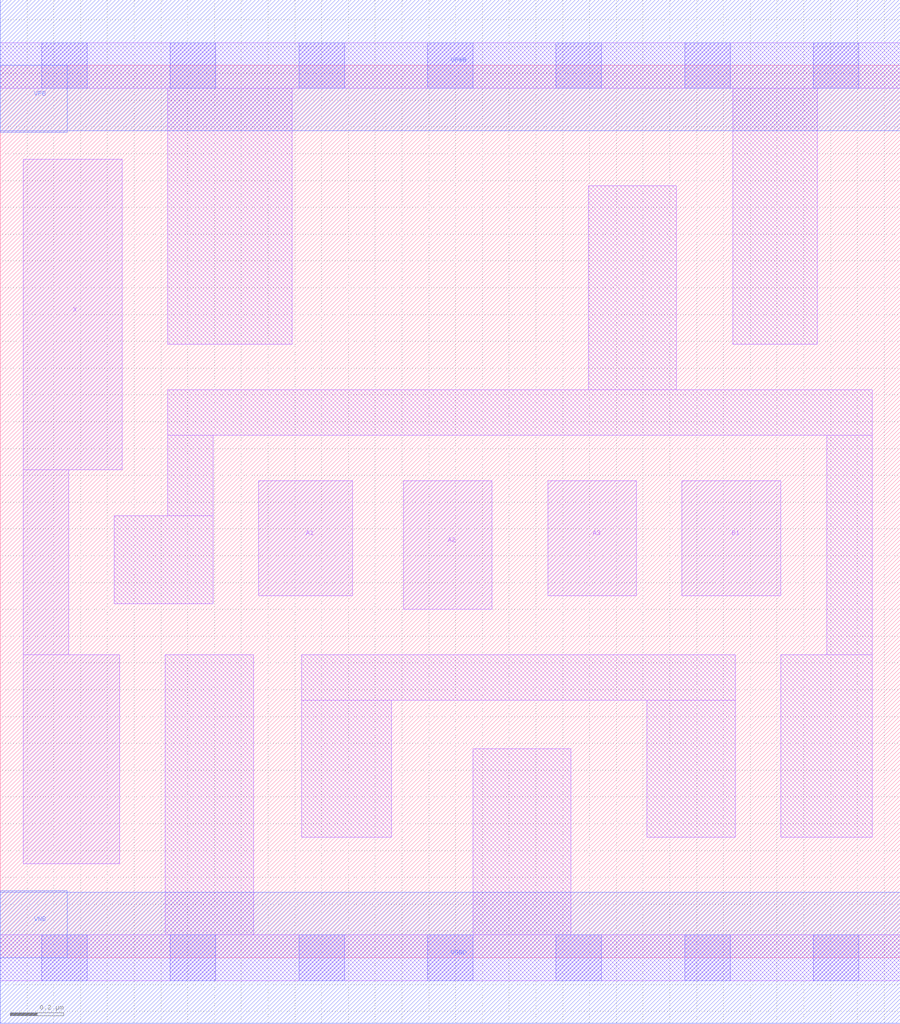
<source format=lef>
# Copyright 2020 The SkyWater PDK Authors
#
# Licensed under the Apache License, Version 2.0 (the "License");
# you may not use this file except in compliance with the License.
# You may obtain a copy of the License at
#
#     https://www.apache.org/licenses/LICENSE-2.0
#
# Unless required by applicable law or agreed to in writing, software
# distributed under the License is distributed on an "AS IS" BASIS,
# WITHOUT WARRANTIES OR CONDITIONS OF ANY KIND, either express or implied.
# See the License for the specific language governing permissions and
# limitations under the License.
#
# SPDX-License-Identifier: Apache-2.0

VERSION 5.5 ;
NAMESCASESENSITIVE ON ;
BUSBITCHARS "[]" ;
DIVIDERCHAR "/" ;
MACRO sky130_fd_sc_hs__o31a_1
  CLASS CORE ;
  SOURCE USER ;
  ORIGIN  0.000000  0.000000 ;
  SIZE  3.360000 BY  3.330000 ;
  SYMMETRY X Y ;
  SITE unit ;
  PIN A1
    ANTENNAGATEAREA  0.246000 ;
    DIRECTION INPUT ;
    USE SIGNAL ;
    PORT
      LAYER li1 ;
        RECT 0.965000 1.350000 1.315000 1.780000 ;
    END
  END A1
  PIN A2
    ANTENNAGATEAREA  0.246000 ;
    DIRECTION INPUT ;
    USE SIGNAL ;
    PORT
      LAYER li1 ;
        RECT 1.505000 1.300000 1.835000 1.780000 ;
    END
  END A2
  PIN A3
    ANTENNAGATEAREA  0.246000 ;
    DIRECTION INPUT ;
    USE SIGNAL ;
    PORT
      LAYER li1 ;
        RECT 2.045000 1.350000 2.375000 1.780000 ;
    END
  END A3
  PIN B1
    ANTENNAGATEAREA  0.222000 ;
    DIRECTION INPUT ;
    USE SIGNAL ;
    PORT
      LAYER li1 ;
        RECT 2.545000 1.350000 2.915000 1.780000 ;
    END
  END B1
  PIN X
    ANTENNADIFFAREA  0.541300 ;
    DIRECTION OUTPUT ;
    USE SIGNAL ;
    PORT
      LAYER li1 ;
        RECT 0.085000 0.350000 0.445000 1.130000 ;
        RECT 0.085000 1.130000 0.255000 1.820000 ;
        RECT 0.085000 1.820000 0.455000 2.980000 ;
    END
  END X
  PIN VGND
    DIRECTION INOUT ;
    USE GROUND ;
    PORT
      LAYER met1 ;
        RECT 0.000000 -0.245000 3.360000 0.245000 ;
    END
  END VGND
  PIN VNB
    DIRECTION INOUT ;
    USE GROUND ;
    PORT
      LAYER met1 ;
        RECT 0.000000 0.000000 0.250000 0.250000 ;
    END
  END VNB
  PIN VPB
    DIRECTION INOUT ;
    USE POWER ;
    PORT
      LAYER met1 ;
        RECT 0.000000 3.080000 0.250000 3.330000 ;
    END
  END VPB
  PIN VPWR
    DIRECTION INOUT ;
    USE POWER ;
    PORT
      LAYER met1 ;
        RECT 0.000000 3.085000 3.360000 3.575000 ;
    END
  END VPWR
  OBS
    LAYER li1 ;
      RECT 0.000000 -0.085000 3.360000 0.085000 ;
      RECT 0.000000  3.245000 3.360000 3.415000 ;
      RECT 0.425000  1.320000 0.795000 1.650000 ;
      RECT 0.615000  0.085000 0.945000 1.130000 ;
      RECT 0.625000  1.650000 0.795000 1.950000 ;
      RECT 0.625000  1.950000 3.255000 2.120000 ;
      RECT 0.625000  2.290000 1.090000 3.245000 ;
      RECT 1.125000  0.450000 1.460000 0.960000 ;
      RECT 1.125000  0.960000 2.745000 1.130000 ;
      RECT 1.765000  0.085000 2.130000 0.780000 ;
      RECT 2.195000  2.120000 2.525000 2.880000 ;
      RECT 2.415000  0.450000 2.745000 0.960000 ;
      RECT 2.735000  2.290000 3.050000 3.245000 ;
      RECT 2.915000  0.450000 3.255000 1.130000 ;
      RECT 3.085000  1.130000 3.255000 1.950000 ;
    LAYER mcon ;
      RECT 0.155000 -0.085000 0.325000 0.085000 ;
      RECT 0.155000  3.245000 0.325000 3.415000 ;
      RECT 0.635000 -0.085000 0.805000 0.085000 ;
      RECT 0.635000  3.245000 0.805000 3.415000 ;
      RECT 1.115000 -0.085000 1.285000 0.085000 ;
      RECT 1.115000  3.245000 1.285000 3.415000 ;
      RECT 1.595000 -0.085000 1.765000 0.085000 ;
      RECT 1.595000  3.245000 1.765000 3.415000 ;
      RECT 2.075000 -0.085000 2.245000 0.085000 ;
      RECT 2.075000  3.245000 2.245000 3.415000 ;
      RECT 2.555000 -0.085000 2.725000 0.085000 ;
      RECT 2.555000  3.245000 2.725000 3.415000 ;
      RECT 3.035000 -0.085000 3.205000 0.085000 ;
      RECT 3.035000  3.245000 3.205000 3.415000 ;
  END
END sky130_fd_sc_hs__o31a_1

</source>
